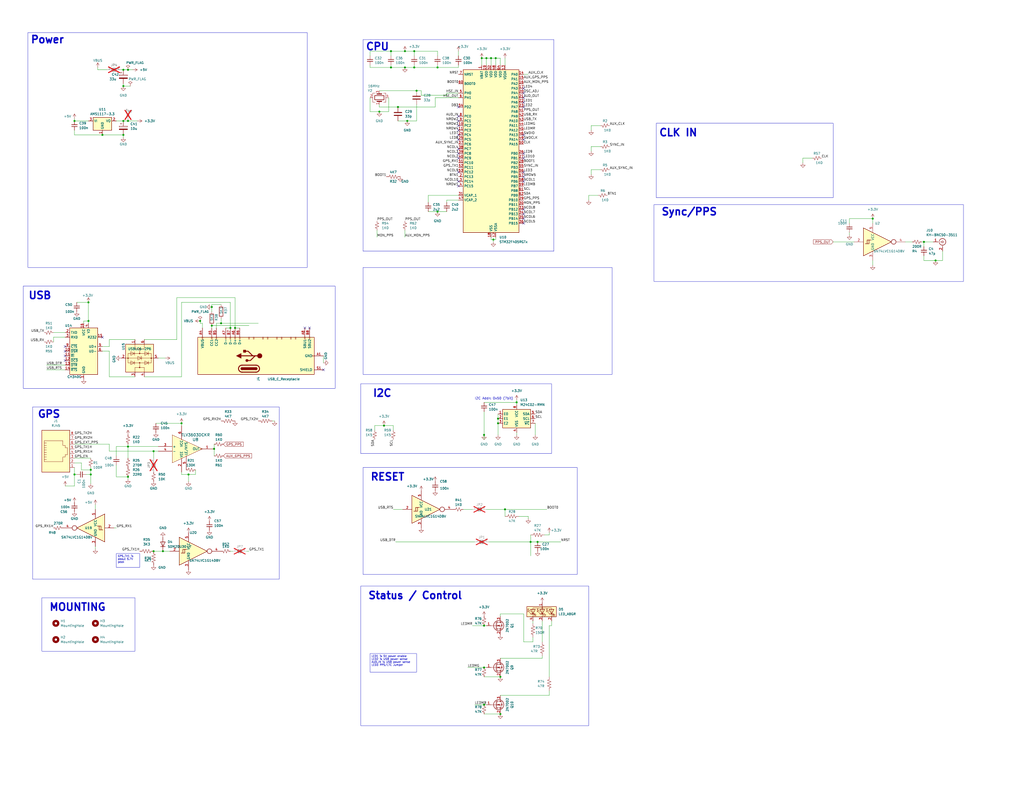
<source format=kicad_sch>
(kicad_sch (version 20231120) (generator "eeschema") (generator_version "8.0")
  (paper "C")
  (title_block (title "GPS") (date "2024-03-10") (rev "V12") (company "Cullen Jennings"))
  (junction (at 271.78 228.6))
  (junction (at 49.53 256.54))
  (junction (at 220.98 27.94))
  (junction (at 40.64 66.04))
  (junction (at 69.85 66.04))
  (junction (at 271.78 231.14))
  (junction (at 67.31 73.66))
  (junction (at 265.43 31.75))
  (junction (at 227.33 49.53))
  (junction (at 293.37 295.91))
  (junction (at 264.16 364.49))
  (junction (at 120.65 176.53))
  (junction (at 69.85 38.1))
  (junction (at 217.17 58.42))
  (junction (at 49.53 259.08))
  (junction (at 222.25 66.04))
  (junction (at 115.57 177.8))
  (junction (at 209.55 232.41))
  (junction (at 67.31 38.1))
  (junction (at 213.36 36.83))
  (junction (at 264.16 341.63))
  (junction (at 207.01 60.96))
  (junction (at 220.98 36.83))
  (junction (at 264.16 384.81))
  (junction (at 264.16 237.49))
  (junction (at 273.05 369.57))
  (junction (at 213.36 27.94))
  (junction (at 125.73 179.07))
  (junction (at 128.27 179.07))
  (junction (at 40.64 259.08))
  (junction (at 69.85 243.84))
  (junction (at 99.06 231.14))
  (junction (at 273.05 389.89))
  (junction (at 275.59 278.13))
  (junction (at 226.06 27.94))
  (junction (at 109.22 175.26))
  (junction (at 226.06 36.83))
  (junction (at 476.25 119.38))
  (junction (at 67.31 46.99))
  (junction (at 116.84 245.11))
  (junction (at 238.76 36.83))
  (junction (at 67.31 66.04))
  (junction (at 88.9 300.99))
  (junction (at 48.26 165.1))
  (junction (at 48.26 175.26))
  (junction (at 267.97 31.75))
  (junction (at 289.56 295.91))
  (junction (at 270.51 31.75))
  (junction (at 262.89 31.75))
  (junction (at 102.87 259.08))
  (junction (at 69.85 260.35))
  (junction (at 83.82 300.99))
  (junction (at 115.57 167.64))
  (junction (at 83.82 246.38))
  (junction (at 238.76 115.57))
  (junction (at 281.94 219.71))
  (junction (at 269.24 130.81))
  (junction (at 510.54 142.24))
  (junction (at 55.88 73.66))
  (junction (at 504.19 132.08))
  (no_connect (at 176.53 201.93))
  (no_connect (at 285.75 121.92))
  (no_connect (at 285.75 93.98))
  (no_connect (at 285.75 73.66))
  (no_connect (at 285.75 53.34))
  (no_connect (at 285.75 116.84))
  (no_connect (at 250.19 63.5))
  (no_connect (at 285.75 50.8))
  (no_connect (at 285.75 83.82))
  (no_connect (at 285.75 99.06))
  (no_connect (at 168.91 179.07))
  (no_connect (at 35.56 191.77))
  (no_connect (at 250.19 73.66))
  (no_connect (at 285.75 96.52))
  (no_connect (at 285.75 114.3))
  (no_connect (at 285.75 55.88))
  (no_connect (at 285.75 76.2))
  (no_connect (at 250.19 83.82))
  (no_connect (at 250.19 66.04))
  (no_connect (at 250.19 76.2))
  (no_connect (at 285.75 119.38))
  (no_connect (at 55.88 184.15))
  (no_connect (at 250.19 58.42))
  (no_connect (at 250.19 101.6))
  (no_connect (at 250.19 93.98))
  (no_connect (at 35.56 189.23))
  (no_connect (at 250.19 71.12))
  (no_connect (at 166.37 179.07))
  (no_connect (at 285.75 86.36))
  (no_connect (at 285.75 48.26))
  (no_connect (at 35.56 194.31))
  (no_connect (at 35.56 196.85))
  (no_connect (at 285.75 58.42))
  (no_connect (at 250.19 86.36))
  (no_connect (at 250.19 81.28))
  (no_connect (at 250.19 68.58))
  (no_connect (at 250.19 99.06))
  (wire (pts (xy 322.58 68.58) (xy 322.58 71.12)))
  (wire (pts (xy 201.93 27.94) (xy 213.36 27.94)))
  (wire (pts (xy 250.19 27.94) (xy 250.19 30.48)))
  (wire (pts (xy 116.84 242.57) (xy 116.84 245.11)))
  (wire (pts (xy 281.94 219.71) (xy 281.94 220.98)))
  (wire (pts (xy 275.59 31.75) (xy 275.59 35.56)))
  (wire (pts (xy 238.76 27.94) (xy 226.06 27.94)))
  (wire (pts (xy 237.49 53.34) (xy 250.19 53.34)))
  (wire (pts (xy 134.62 300.99) (xy 135.89 300.99)))
  (wire (pts (xy 63.5 66.04) (xy 67.31 66.04)))
  (wire (pts (xy 67.31 73.66) (xy 67.31 74.93)))
  (wire (pts (xy 106.68 259.08) (xy 106.68 256.54)))
  (wire (pts (xy 290.83 347.98) (xy 290.83 350.52)))
  (wire (pts (xy 99.06 259.08) (xy 102.87 259.08)))
  (wire (pts (xy 53.34 36.83) (xy 53.34 38.1)))
  (wire (pts (xy 292.1 231.14) (xy 292.1 237.49)))
  (wire (pts (xy 201.93 60.96) (xy 207.01 60.96)))
  (wire (pts (xy 213.36 27.94) (xy 220.98 27.94)))
  (wire (pts (xy 35.56 265.43) (xy 40.64 265.43)))
  (wire (pts (xy 59.69 242.57) (xy 40.64 242.57)))
  (wire (pts (xy 59.69 246.38) (xy 83.82 246.38)))
  (wire (pts (xy 266.7 295.91) (xy 289.56 295.91)))
  (wire (pts (xy 40.64 259.08) (xy 40.64 255.27)))
  (wire (pts (xy 295.91 359.41) (xy 273.05 359.41)))
  (wire (pts (xy 52.07 298.45) (xy 52.07 299.72)))
  (wire (pts (xy 300.99 339.09) (xy 300.99 341.63)))
  (wire (pts (xy 67.31 66.04) (xy 69.85 66.04)))
  (wire (pts (xy 62.23 288.29) (xy 63.5 288.29)))
  (wire (pts (xy 238.76 30.48) (xy 238.76 27.94)))
  (wire (pts (xy 454.66 132.08) (xy 466.09 132.08)))
  (wire (pts (xy 69.85 66.04) (xy 74.93 66.04)))
  (wire (pts (xy 476.25 119.38) (xy 476.25 121.92)))
  (wire (pts (xy 264.16 364.49) (xy 265.43 364.49)))
  (wire (pts (xy 35.56 201.93) (xy 25.4 201.93)))
  (wire (pts (xy 176.53 198.12) (xy 176.53 194.31)))
  (wire (pts (xy 289.56 295.91) (xy 293.37 295.91)))
  (wire (pts (xy 504.19 139.7) (xy 504.19 142.24)))
  (wire (pts (xy 49.53 256.54) (xy 49.53 259.08)))
  (wire (pts (xy 59.69 189.23) (xy 55.88 189.23)))
  (wire (pts (xy 49.53 255.27) (xy 49.53 256.54)))
  (wire (pts (xy 264.16 219.71) (xy 281.94 219.71)))
  (wire (pts (xy 514.35 142.24) (xy 510.54 142.24)))
  (wire (pts (xy 207.01 49.53) (xy 227.33 49.53)))
  (wire (pts (xy 243.84 52.07) (xy 243.84 50.8)))
  (wire (pts (xy 237.49 53.34) (xy 237.49 58.42)))
  (wire (pts (xy 273.05 335.28) (xy 273.05 336.55)))
  (wire (pts (xy 201.93 36.83) (xy 213.36 36.83)))
  (wire (pts (xy 220.98 125.73) (xy 220.98 129.54)))
  (wire (pts (xy 250.19 109.22) (xy 243.84 109.22)))
  (wire (pts (xy 237.49 58.42) (xy 217.17 58.42)))
  (wire (pts (xy 48.26 175.26) (xy 45.72 175.26)))
  (wire (pts (xy 233.68 106.68) (xy 250.19 106.68)))
  (wire (pts (xy 69.85 260.35) (xy 69.85 261.62)))
  (wire (pts (xy 269.24 132.08) (xy 269.24 130.81)))
  (wire (pts (xy 227.33 57.15) (xy 227.33 66.04)))
  (wire (pts (xy 270.51 31.75) (xy 273.05 31.75)))
  (wire (pts (xy 322.58 92.71) (xy 322.58 95.25)))
  (wire (pts (xy 252.73 278.13) (xy 257.81 278.13)))
  (wire (pts (xy 201.93 53.34) (xy 201.93 60.96)))
  (wire (pts (xy 29.21 181.61) (xy 35.56 181.61)))
  (wire (pts (xy 29.21 184.15) (xy 29.21 186.69)))
  (wire (pts (xy 270.51 129.54) (xy 270.51 130.81)))
  (wire (pts (xy 109.22 175.26) (xy 109.22 176.53)))
  (wire (pts (xy 115.57 170.18) (xy 115.57 167.64)))
  (wire (pts (xy 321.31 106.68) (xy 326.39 106.68)))
  (wire (pts (xy 59.69 185.42) (xy 59.69 189.23)))
  (wire (pts (xy 35.56 199.39) (xy 25.4 199.39)))
  (wire (pts (xy 494.03 132.08) (xy 497.84 132.08)))
  (wire (pts (xy 265.43 278.13) (xy 275.59 278.13)))
  (wire (pts (xy 463.55 119.38) (xy 476.25 119.38)))
  (wire (pts (xy 63.5 248.92) (xy 63.5 243.84)))
  (wire (pts (xy 102.87 259.08) (xy 102.87 262.89)))
  (wire (pts (xy 115.57 166.37) (xy 115.57 167.64)))
  (wire (pts (xy 69.85 38.1) (xy 72.39 38.1)))
  (wire (pts (xy 438.15 86.36) (xy 443.23 86.36)))
  (wire (pts (xy 99.06 205.74) (xy 99.06 165.1)))
  (wire (pts (xy 243.84 109.22) (xy 243.84 110.49)))
  (wire (pts (xy 46.99 259.08) (xy 49.53 259.08)))
  (wire (pts (xy 271.78 231.14) (xy 271.78 237.49)))
  (wire (pts (xy 96.52 185.42) (xy 96.52 162.56)))
  (wire (pts (xy 255.27 364.49) (xy 264.16 364.49)))
  (wire (pts (xy 44.45 252.73) (xy 44.45 256.54)))
  (wire (pts (xy 227.33 49.53) (xy 229.87 49.53)))
  (wire (pts (xy 207.01 58.42) (xy 217.17 58.42)))
  (wire (pts (xy 63.5 254) (xy 63.5 260.35)))
  (wire (pts (xy 204.47 232.41) (xy 209.55 232.41)))
  (wire (pts (xy 297.18 292.1) (xy 299.72 292.1)))
  (wire (pts (xy 135.89 177.8) (xy 115.57 177.8)))
  (wire (pts (xy 63.5 260.35) (xy 69.85 260.35)))
  (wire (pts (xy 322.58 80.01) (xy 322.58 82.55)))
  (wire (pts (xy 322.58 80.01) (xy 327.66 80.01)))
  (wire (pts (xy 463.55 127) (xy 463.55 128.27)))
  (wire (pts (xy 262.89 31.75) (xy 265.43 31.75)))
  (wire (pts (xy 83.82 300.99) (xy 88.9 300.99)))
  (wire (pts (xy 96.52 162.56) (xy 128.27 162.56)))
  (wire (pts (xy 275.59 278.13) (xy 298.45 278.13)))
  (wire (pts (xy 86.36 246.38) (xy 83.82 246.38)))
  (wire (pts (xy 463.55 121.92) (xy 463.55 119.38)))
  (wire (pts (xy 213.36 35.56) (xy 213.36 36.83)))
  (wire (pts (xy 285.75 350.52) (xy 285.75 335.28)))
  (wire (pts (xy 270.51 130.81) (xy 269.24 130.81)))
  (wire (pts (xy 110.49 176.53) (xy 110.49 179.07)))
  (wire (pts (xy 269.24 130.81) (xy 267.97 130.81)))
  (wire (pts (xy 67.31 45.72) (xy 67.31 46.99)))
  (wire (pts (xy 59.69 242.57) (xy 59.69 246.38)))
  (wire (pts (xy 215.9 295.91) (xy 259.08 295.91)))
  (wire (pts (xy 264.16 237.49) (xy 264.16 224.79)))
  (wire (pts (xy 264.16 341.63) (xy 265.43 341.63)))
  (wire (pts (xy 49.53 259.08) (xy 49.53 264.16)))
  (wire (pts (xy 213.36 36.83) (xy 220.98 36.83)))
  (wire (pts (xy 207.01 60.96) (xy 212.09 60.96)))
  (wire (pts (xy 48.26 165.1) (xy 48.26 175.26)))
  (wire (pts (xy 118.11 176.53) (xy 118.11 179.07)))
  (wire (pts (xy 321.31 106.68) (xy 321.31 109.22)))
  (wire (pts (xy 78.74 185.42) (xy 96.52 185.42)))
  (wire (pts (xy 128.27 162.56) (xy 128.27 179.07)))
  (wire (pts (xy 281.94 218.44) (xy 281.94 219.71)))
  (wire (pts (xy 86.36 195.58) (xy 90.17 195.58)))
  (wire (pts (xy 204.47 234.95) (xy 204.47 232.41)))
  (wire (pts (xy 116.84 245.11) (xy 116.84 248.92)))
  (wire (pts (xy 289.56 303.53) (xy 289.56 295.91)))
  (wire (pts (xy 299.72 292.1) (xy 299.72 290.83)))
  (wire (pts (xy 226.06 27.94) (xy 226.06 30.48)))
  (wire (pts (xy 238.76 35.56) (xy 238.76 36.83)))
  (wire (pts (xy 438.15 86.36) (xy 438.15 88.9)))
  (wire (pts (xy 67.31 38.1) (xy 69.85 38.1)))
  (wire (pts (xy 85.09 231.14) (xy 99.06 231.14)))
  (wire (pts (xy 78.74 205.74) (xy 99.06 205.74)))
  (wire (pts (xy 299.72 377.19) (xy 299.72 379.73)))
  (wire (pts (xy 115.57 177.8) (xy 115.57 179.07)))
  (wire (pts (xy 99.06 165.1) (xy 125.73 165.1)))
  (wire (pts (xy 125.73 165.1) (xy 125.73 179.07)))
  (wire (pts (xy 40.64 64.77) (xy 40.64 66.04)))
  (wire (pts (xy 40.64 252.73) (xy 44.45 252.73)))
  (wire (pts (xy 267.97 130.81) (xy 267.97 129.54)))
  (wire (pts (xy 250.19 35.56) (xy 250.19 36.83)))
  (wire (pts (xy 264.16 384.81) (xy 265.43 384.81)))
  (wire (pts (xy 53.34 38.1) (xy 58.42 38.1)))
  (wire (pts (xy 288.29 281.94) (xy 288.29 283.21)))
  (wire (pts (xy 213.36 27.94) (xy 213.36 30.48)))
  (wire (pts (xy 120.65 166.37) (xy 115.57 166.37)))
  (wire (pts (xy 83.82 246.38) (xy 83.82 250.19)))
  (wire (pts (xy 214.63 232.41) (xy 209.55 232.41)))
  (wire (pts (xy 283.21 281.94) (xy 288.29 281.94)))
  (wire (pts (xy 273.05 335.28) (xy 285.75 335.28)))
  (wire (pts (xy 55.88 191.77) (xy 59.69 191.77)))
  (wire (pts (xy 109.22 176.53) (xy 110.49 176.53)))
  (wire (pts (xy 271.78 228.6) (xy 271.78 231.14)))
  (wire (pts (xy 88.9 300.99) (xy 92.71 300.99)))
  (wire (pts (xy 40.64 71.12) (xy 40.64 73.66)))
  (wire (pts (xy 52.07 275.59) (xy 52.07 278.13)))
  (wire (pts (xy 285.75 40.64) (xy 288.29 40.64)))
  (wire (pts (xy 102.87 259.08) (xy 106.68 259.08)))
  (wire (pts (xy 69.85 243.84) (xy 69.85 250.19)))
  (wire (pts (xy 476.25 142.24) (xy 476.25 144.78)))
  (wire (pts (xy 265.43 31.75) (xy 265.43 35.56)))
  (wire (pts (xy 243.84 50.8) (xy 250.19 50.8)))
  (wire (pts (xy 48.26 165.1) (xy 41.91 165.1)))
  (wire (pts (xy 66.04 38.1) (xy 67.31 38.1)))
  (wire (pts (xy 295.91 358.14) (xy 295.91 359.41)))
  (wire (pts (xy 40.64 250.19) (xy 49.53 250.19)))
  (wire (pts (xy 120.65 176.53) (xy 118.11 176.53)))
  (wire (pts (xy 264.16 240.03) (xy 264.16 237.49)))
  (wire (pts (xy 504.19 132.08) (xy 504.19 134.62)))
  (wire (pts (xy 281.94 236.22) (xy 281.94 237.49)))
  (wire (pts (xy 73.66 185.42) (xy 59.69 185.42)))
  (wire (pts (xy 55.88 73.66) (xy 67.31 73.66)))
  (wire (pts (xy 45.72 175.26) (xy 45.72 176.53)))
  (wire (pts (xy 40.64 265.43) (xy 40.64 259.08)))
  (wire (pts (xy 233.68 115.57) (xy 238.76 115.57)))
  (wire (pts (xy 125.73 179.07) (xy 123.19 179.07)))
  (wire (pts (xy 217.17 66.04) (xy 222.25 66.04)))
  (wire (pts (xy 49.53 256.54) (xy 44.45 256.54)))
  (wire (pts (xy 207.01 57.15) (xy 207.01 58.42)))
  (wire (pts (xy 35.56 184.15) (xy 29.21 184.15)))
  (wire (pts (xy 99.06 231.14) (xy 99.06 232.41)))
  (wire (pts (xy 59.69 191.77) (xy 59.69 205.74)))
  (wire (pts (xy 270.51 31.75) (xy 270.51 35.56)))
  (wire (pts (xy 40.64 66.04) (xy 48.26 66.04)))
  (wire (pts (xy 229.87 49.53) (xy 229.87 52.07)))
  (wire (pts (xy 299.72 379.73) (xy 273.05 379.73)))
  (wire (pts (xy 67.31 46.99) (xy 71.12 46.99)))
  (wire (pts (xy 300.99 341.63) (xy 299.72 341.63)))
  (wire (pts (xy 264.16 389.89) (xy 273.05 389.89)))
  (wire (pts (xy 125.73 300.99) (xy 127 300.99)))
  (wire (pts (xy 205.74 125.73) (xy 205.74 129.54)))
  (wire (pts (xy 238.76 115.57) (xy 243.84 115.57)))
  (wire (pts (xy 289.56 292.1) (xy 289.56 295.91)))
  (wire (pts (xy 220.98 36.83) (xy 226.06 36.83)))
  (wire (pts (xy 214.63 278.13) (xy 219.71 278.13)))
  (wire (pts (xy 148.59 229.87) (xy 149.86 229.87)))
  (wire (pts (xy 510.54 142.24) (xy 504.19 142.24)))
  (wire (pts (xy 259.08 384.81) (xy 264.16 384.81)))
  (wire (pts (xy 69.85 243.84) (xy 86.36 243.84)))
  (wire (pts (xy 120.65 173.99) (xy 120.65 176.53)))
  (wire (pts (xy 226.06 27.94) (xy 220.98 27.94)))
  (wire (pts (xy 130.81 179.07) (xy 128.27 179.07)))
  (wire (pts (xy 275.59 278.13) (xy 275.59 281.94)))
  (wire (pts (xy 262.89 31.75) (xy 262.89 35.56)))
  (wire (pts (xy 63.5 243.84) (xy 69.85 243.84)))
  (wire (pts (xy 264.16 369.57) (xy 273.05 369.57)))
  (wire (pts (xy 265.43 31.75) (xy 267.97 31.75)))
  (wire (pts (xy 322.58 92.71) (xy 327.66 92.71)))
  (wire (pts (xy 69.85 242.57) (xy 69.85 243.84)))
  (wire (pts (xy 295.91 339.09) (xy 295.91 350.52)))
  (wire (pts (xy 299.72 341.63) (xy 299.72 369.57)))
  (wire (pts (xy 214.63 234.95) (xy 214.63 232.41)))
  (wire (pts (xy 212.09 53.34) (xy 212.09 60.96)))
  (wire (pts (xy 293.37 295.91) (xy 306.07 295.91)))
  (wire (pts (xy 504.19 132.08) (xy 509.27 132.08)))
  (wire (pts (xy 120.65 176.53) (xy 140.97 176.53)))
  (wire (pts (xy 290.83 350.52) (xy 285.75 350.52)))
  (wire (pts (xy 201.93 30.48) (xy 201.93 27.94)))
  (wire (pts (xy 48.26 175.26) (xy 48.26 176.53)))
  (wire (pts (xy 290.83 339.09) (xy 290.83 340.36)))
  (wire (pts (xy 271.78 226.06) (xy 271.78 228.6)))
  (wire (pts (xy 40.64 259.08) (xy 41.91 259.08)))
  (wire (pts (xy 322.58 68.58) (xy 327.66 68.58)))
  (wire (pts (xy 59.69 205.74) (xy 73.66 205.74)))
  (wire (pts (xy 502.92 132.08) (xy 504.19 132.08)))
  (wire (pts (xy 229.87 52.07) (xy 243.84 52.07)))
  (wire (pts (xy 257.81 341.63) (xy 264.16 341.63)))
  (wire (pts (xy 201.93 35.56) (xy 201.93 36.83)))
  (wire (pts (xy 267.97 31.75) (xy 267.97 35.56)))
  (wire (pts (xy 99.06 257.81) (xy 99.06 259.08)))
  (wire (pts (xy 233.68 110.49) (xy 233.68 106.68)))
  (wire (pts (xy 40.64 73.66) (xy 55.88 73.66)))
  (wire (pts (xy 267.97 31.75) (xy 270.51 31.75)))
  (wire (pts (xy 226.06 35.56) (xy 226.06 36.83)))
  (wire (pts (xy 273.05 35.56) (xy 273.05 31.75)))
  (wire (pts (xy 226.06 36.83) (xy 238.76 36.83)))
  (wire (pts (xy 227.33 66.04) (xy 222.25 66.04)))
  (wire (pts (xy 238.76 36.83) (xy 250.19 36.83)))
  (wire (pts (xy 514.35 137.16) (xy 514.35 142.24)))
  (rectangle (start 198.12 21.59) (end 302.26 137.16))
  (rectangle (start 356.87 111.76) (end 525.78 153.67))
  (rectangle (start 17.78 222.25) (end 152.4 316.23))
  (rectangle (start 358.14 67.31) (end 454.66 107.95))
  (rectangle (start 12.7 156.21) (end 182.88 212.09))
  (rectangle (start 198.12 146.05) (end 334.01 204.47))
  (rectangle (start 196.85 320.04) (end 321.31 396.24))
  (rectangle (start 15.24 17.78) (end 167.64 146.05))
  (rectangle (start 198.12 255.27) (end 314.96 313.69))
  (rectangle (start 196.85 209.55) (end 300.99 247.65))
  (rectangle (start 22.86 326.39) (end 73.66 355.6))
  (text_box "LED1 is 5V power enable\nLED2 is USB power sense\nAUD_IN is USB power sense \nLED3 PPS/LTC Jumper " (at 201.93 356.87 0) (size 25.4 10.16) (effects (font (size 1 1)) (justify left top)))
  (text_box "GPS_TX1 is about 5.7V peak" (at 63.5 302.26 0) (size 12.7 7.62) (effects (font (size 1 1)) (justify left top)))
  (text "RESET" (at 201.93 262.89 0) (effects (font (size 4 4) (thickness 0.8) (bold yes)) (justify left bottom)))
  (text "USB" (at 15.24 163.83 0) (effects (font (size 4 4) (thickness 0.8) (bold yes)) (justify left bottom)))
  (text "GPS" (at 20.32 228.6 0) (effects (font (size 4 4) (thickness 0.8) (bold yes)) (justify left bottom)))
  (text "CPU\n" (at 199.39 27.94 0) (effects (font (size 4 4) (thickness 0.8) (bold yes)) (justify left bottom)))
  (text "I2C" (at 203.2 217.17 0) (effects (font (size 4 4) (thickness 0.8) (bold yes)) (justify left bottom)))
  (text "Status / Control\n" (at 200.66 327.66 0) (effects (font (size 4 4) (thickness 0.8) (bold yes)) (justify left bottom)))
  (text "Sync/PPS" (at 360.68 118.11 0) (effects (font (size 4 4) (thickness 0.8) (bold yes)) (justify left bottom)))
  (text "CLK IN" (at 359.41 74.93 0) (effects (font (size 4 4) (thickness 0.8) (bold yes)) (justify left bottom)))
  (text "MOUNTING\n" (at 26.67 334.01 0) (effects (font (size 4 4) (thickness 0.8) (bold yes)) (justify left bottom)))
  (text "I2C Addr: 0x50 (7bit)" (at 259.08 218.44 0) (effects (font (size 1.27 1.27)) (justify left bottom)))
  (text "Power" (at 16.51 24.13 0) (effects (font (size 4 4) (thickness 0.8) (bold yes)) (justify left bottom)))
  (label "GPS_RX1" (at 63.5 288.29 0))
  (label "SYNC_IN" (at 285.75 91.44 0))
  (label "NCOL7" (at 285.75 116.84 0))
  (label "SDA" (at 204.47 240.03 270))
  (label "LEDMB" (at 259.08 384.81 0))
  (label "SDA" (at 285.75 106.68 0))
  (label "GPS_PPS" (at 285.75 109.22 0))
  (label "LED9" (at 285.75 83.82 0))
  (label "DB3" (at 250.19 58.42 180))
  (label "BOOT1" (at 285.75 88.9 0))
  (label "GPS_TX2H" (at 40.64 237.49 0))
  (label "AUX_SYNC_IN" (at 250.19 78.74 180))
  (label "NROW1" (at 250.19 101.6 180))
  (label "GPS_EXT_PPS" (at 40.64 242.57 0))
  (label "AUX_CLK" (at 332.74 68.58 0))
  (label "LEDMB" (at 285.75 101.6 0))
  (label "GPS_RX1H" (at 29.21 288.29 180))
  (label "GPS_RX1" (at 250.19 88.9 180))
  (label "NCOL10" (at 250.19 99.06 180))
  (label "BOOT1" (at 210.82 96.52 180))
  (label "USB_TX" (at 24.13 181.61 180))
  (label "SYNC_IN" (at 332.74 80.01 0))
  (label "NROW2" (at 250.19 66.04 180))
  (label "GPS_RX2H" (at 120.65 229.87 180))
  (label "HSE_IN" (at 250.19 50.8 180))
  (label "AUX_SYNC_IN" (at 332.74 92.71 0))
  (label "USB_RTS" (at 214.63 278.13 180))
  (label "BTN1" (at 331.47 106.68 0))
  (label "LEDMR" (at 285.75 71.12 0))
  (label "AUX_GPS_PPS" (at 285.75 43.18 0))
  (label "CLK" (at 285.75 78.74 0))
  (label "USB_TX" (at 285.75 66.04 0))
  (label "NCOL6" (at 285.75 119.38 0))
  (label "NCOL1" (at 285.75 99.06 0))
  (label "NCOL5" (at 285.75 121.92 0))
  (label "GPS_TX1" (at 135.89 300.99 0))
  (label "USB_DTR" (at 25.4 199.39 0))
  (label "SCL" (at 292.1 228.6 0))
  (label "GPS_TX1H" (at 40.64 245.11 0))
  (label "NRST" (at 250.19 40.64 180))
  (label "SDA" (at 292.1 226.06 0))
  (label "SCL" (at 214.63 240.03 270))
  (label "AUX_MON_PPS" (at 285.75 45.72 0))
  (label "USB_RTS" (at 25.4 201.93 0))
  (label "LEDMG" (at 285.75 68.58 0))
  (label "NCOL9" (at 250.19 93.98 180))
  (label "SWDCLK" (at 285.75 76.2 0))
  (label "PPS_OUT" (at 205.74 120.65 0))
  (label "MON_PPS" (at 285.75 111.76 0))
  (label "NCOL4" (at 250.19 81.28 180))
  (label "NROW4" (at 250.19 71.12 180))
  (label "SWDIO" (at 285.75 73.66 0))
  (label "LEDMG" (at 255.27 364.49 0))
  (label "BOOT0" (at 298.45 278.13 0))
  (label "NCOL2" (at 250.19 86.36 180))
  (label "GPS_TX1" (at 250.19 91.44 180))
  (label "PPS_OUT" (at 220.98 120.65 0))
  (label "PPS_OUT" (at 285.75 60.96 0))
  (label "LED1" (at 285.75 55.88 0))
  (label "LED4" (at 285.75 48.26 0))
  (label "BOOT0" (at 250.19 45.72 180))
  (label "NRST" (at 306.07 295.91 0))
  (label "LED8" (at 250.19 76.2 180))
  (label "GPS_TX1H" (at 76.2 300.99 180))
  (label "BTN1" (at 250.19 96.52 180))
  (label "NCOL8" (at 285.75 114.3 0))
  (label "MON_PPS" (at 205.74 129.54 0))
  (label "AUX_MON_PPS" (at 220.98 129.54 0))
  (label "LED3" (at 285.75 93.98 0))
  (label "AUD_IN" (at 250.19 63.5 180))
  (label "SCL" (at 285.75 104.14 0))
  (label "CLK" (at 448.31 86.36 0))
  (label "LEDMR" (at 257.81 341.63 180))
  (label "GPS_EN" (at 40.64 250.19 0))
  (label "USB_RX" (at 285.75 63.5 0))
  (label "GPS_TX2H" (at 140.97 229.87 180))
  (label "GPS_RX2H" (at 40.64 240.03 0))
  (label "GPS_RX1H" (at 40.64 247.65 0))
  (label "HSE_OUT" (at 250.19 53.34 180))
  (label "USB_DTR" (at 215.9 295.91 180))
  (label "LED10" (at 285.75 86.36 0))
  (label "AUX_CLK" (at 288.29 40.64 0))
  (label "NCOL3" (at 250.19 83.82 180))
  (label "NROW3" (at 250.19 68.58 180))
  (label "OSC_ADJ" (at 285.75 50.8 0))
  (label "LED2" (at 285.75 58.42 0))
  (label "NROW5" (at 285.75 96.52 0))
  (label "AUD_OUT" (at 285.75 53.34 0))
  (label "USB_RX" (at 24.13 186.69 180))
  (label "LED7" (at 250.19 73.66 180))
  (global_label "AUX_GPS_PPS" (shape input) (at 121.92 248.92 0) (property "Intersheetrefs" "${INTERSHEET_REFS}" (effects (hide yes))))
  (global_label "GPS_PPS" (shape input) (at 121.92 242.57 0) (property "Intersheetrefs" "${INTERSHEET_REFS}" (effects (hide yes))))
  (global_label "PPS_OUT" (shape input) (at 454.66 132.08 180) (property "Intersheetrefs" "${INTERSHEET_REFS}" (effects (hide yes))))
  (symbol (lib_id "power:+5V") (at 72.39 38.1 270) (unit 1)
    (property "Reference" "#PWR039" (effects (hide yes)))
    (property "Value" "+5V" (at 76.2 38.1 90) (effects (justify left)))
  )
  (symbol (lib_id "power:GND") (at 293.37 300.99 0) (mirror y) (unit 1)
    (property "Reference" "#PWR012" (effects (hide yes)))
    (property "Value" "GND" (effects (hide yes)))
  )
  (symbol (lib_id "Device:R_US") (at 293.37 292.1 270) (unit 1)
    (property "Reference" "R27" (at 293.37 287.02 90))
    (property "Value" "47K" (at 293.37 289.56 90))
    (property "Footprint" "Resistor_SMD:R_0603_1608Metric" (effects (hide yes)))
    (property "JLCPCB Part #" "C25819" (effects (hide yes)))
  )
  (symbol (lib_id "Jumper:SolderJumper_2_Bridged") (at 62.23 38.1 0) (unit 1) (in_bom no) (dnp yes)
    (property "Reference" "JP4" (at 62.23 35.56 0))
    (property "Value" "SolderJumper_2_Bridged" (effects (hide yes)))
    (property "Footprint" "Jumper:SolderJumper-2_P1.3mm_Bridged2Bar_RoundedPad1.0x1.5mm" (effects (hide yes)))
  )
  (symbol (lib_id "Device:C_Small") (at 463.55 124.46 0) (unit 1)
    (property "Reference" "C11" (at 458.47 120.65 0) (effects (justify left)))
    (property "Value" "100n" (at 457.2 121.92 0) (effects (justify left)))
    (property "Footprint" "Capacitor_SMD:C_0402_1005Metric" (effects (hide yes)))
    (property "JLCPCB Part #" "C307331" (effects (hide yes)))
  )
  (symbol (lib_id "power:GND") (at 102.87 262.89 0) (unit 1)
    (property "Reference" "#PWR081" (effects (hide yes)))
    (property "Value" "GND" (at 102.87 266.7 0))
  )
  (symbol (lib_id "power:+3.3V") (at 275.59 31.75 0) (unit 1)
    (property "Reference" "#PWR018" (effects (hide yes)))
    (property "Value" "+3.3V" (at 275.59 26.67 0))
  )
  (symbol (lib_id "power:+3.3V") (at 102.87 290.83 0) (unit 1)
    (property "Reference" "#PWR0119" (effects (hide yes)))
    (property "Value" "+3.3V" (at 102.87 285.75 0))
  )
  (symbol (lib_id "power:PWR_FLAG") (at 69.85 38.1 0) (unit 1)
    (property "Reference" "#FLG05" (effects (hide yes)))
    (property "Value" "PWR_FLAG" (at 73.66 34.29 0))
  )
  (symbol (lib_id "Device:R_Small_US") (at 330.2 92.71 270) (mirror x) (unit 1)
    (property "Reference" "R5" (at 330.2 90.17 90))
    (property "Value" "1K0" (at 331.47 95.25 90))
    (property "Footprint" "Resistor_SMD:R_0603_1608Metric" (effects (hide yes)))
    (property "JLCPCB Part #" "C21190" (effects (hide yes)))
  )
  (symbol (lib_id "74xGxx:SN74LVC1G14DBV") (at 52.07 288.29 0) (mirror y) (unit 1)
    (property "Reference" "U19" (at 48.26 288.29 0))
    (property "Value" "SN74LVC1G14DBV" (at 41.91 293.37 0))
    (property "Footprint" "Package_TO_SOT_SMD:SOT-23-5" (effects (hide yes)))
    (property "Datasheet" "http://www.ti.com/lit/ds/symlink/sn74lvc1g14.pdf" (effects (hide yes)))
    (property "JLCPCB Rotation Offset" "0" (effects (hide yes)))
    (property "JLCPCB Part #" "C133145" (effects (hide yes)))
  )
  (symbol (lib_id "power:GND") (at 292.1 237.49 0) (unit 1)
    (property "Reference" "#PWR0114" (effects (hide yes)))
    (property "Value" "GND" (at 292.1 242.57 0))
  )
  (symbol (lib_id "power:GND") (at 269.24 132.08 0) (unit 1)
    (property "Reference" "#PWR01" (effects (hide yes)))
    (property "Value" "GND" (effects (hide yes)))
  )
  (symbol (lib_id "power:+3.3V") (at 237.49 262.89 0) (unit 1)
    (property "Reference" "#PWR0141" (effects (hide yes)))
    (property "Value" "+3.3V" (at 233.68 261.62 0))
  )
  (symbol (lib_id "power:GND") (at 83.82 262.89 0) (unit 1)
    (property "Reference" "#PWR0123" (effects (hide yes)))
    (property "Value" "GND" (at 83.82 266.7 0))
  )
  (symbol (lib_id "Transistor_FET:2N7002") (at 270.51 341.63 0) (unit 1)
    (property "Reference" "Q1" (at 279.4 341.63 90))
    (property "Value" "2N7002" (at 276.86 341.63 90))
    (property "Footprint" "Package_TO_SOT_SMD:SOT-23" (effects (hide yes)))
    (property "Datasheet" "https://www.onsemi.com/pub/Collateral/NDS7002A-D.PDF" (effects (hide yes)))
    (property "JLCPCB Rotation Offset" "180" (effects (hide yes)))
    (property "JLCPCB Part #" "C8545" (effects (hide yes)))
  )
  (symbol (lib_id "power:PWR_FLAG") (at 71.12 46.99 0) (unit 1)
    (property "Reference" "#FLG01" (effects (hide yes)))
    (property "Value" "PWR_FLAG" (at 74.93 43.18 0))
  )
  (symbol (lib_id "BlinkyShared:TLV3603DCKR") (at 99.06 245.11 0) (unit 1)
    (property "Reference" "U8" (at 106.68 240.03 0) (effects (font (size 1.524 1.524))))
    (property "Value" "TLV3603DCKR" (at 106.68 237.49 0) (effects (font (size 1.524 1.524))))
    (property "Footprint" "SC70_DCK_TEX" (effects (hide yes)))
    (property "Datasheet" "TLV3603DCKR" (effects (hide yes)))
    (property "JLCPCB Part #" "C5213955" (effects (hide yes)))
  )
  (symbol (lib_id "power:GND") (at 207.01 60.96 0) (unit 1)
    (property "Reference" "#PWR04" (effects (hide yes)))
    (property "Value" "GND" (at 207.01 66.04 0))
  )
  (symbol (lib_id "Connector:TestPoint") (at 69.85 66.04 0) (unit 1) (in_bom no) (dnp yes)
    (property "Reference" "TP7" (at 68.58 60.96 0) (effects (justify left)))
    (property "Value" "~" (at 68.58 59.69 0) (effects (justify left)))
    (property "Footprint" "TestPoint:TestPoint_THTPad_D1.5mm_Drill0.7mm" (effects (hide yes)))
  )
  (symbol (lib_id "power:GND") (at 52.07 299.72 0) (unit 1)
    (property "Reference" "#PWR0125" (effects (hide yes)))
    (property "Value" "GND" (effects (hide yes)))
  )
  (symbol (lib_id "power:GND") (at 88.9 293.37 180) (unit 1)
    (property "Reference" "#PWR0126" (effects (hide yes)))
    (property "Value" "GND" (at 88.9 288.29 0))
  )
  (symbol (lib_id "Device:C_Small") (at 233.68 113.03 180) (unit 1)
    (property "Reference" "C35" (at 236.22 111.7536 0) (effects (justify right)))
    (property "Value" "2u2" (at 236.22 114.2936 0) (effects (justify right)))
    (property "Footprint" "Capacitor_SMD:C_0603_1608Metric" (effects (hide yes)))
    (property "JLCPCB Part #" "C23630" (effects (hide yes)))
  )
  (symbol (lib_id "power:GND") (at 115.57 167.64 270) (unit 1)
    (property "Reference" "#PWR074" (effects (hide yes)))
    (property "Value" "GND" (at 113.03 167.64 90) (effects (justify right)))
  )
  (symbol (lib_id "power:GND") (at 67.31 46.99 0) (unit 1)
    (property "Reference" "#PWR044" (effects (hide yes)))
    (property "Value" "GND" (at 67.31 52.07 0))
  )
  (symbol (lib_id "power:GND") (at 288.29 283.21 0) (unit 1)
    (property "Reference" "#PWR013" (effects (hide yes)))
    (property "Value" "GND" (effects (hide yes)))
  )
  (symbol (lib_id "power:+3.3V") (at 209.55 232.41 0) (unit 1)
    (property "Reference" "#PWR0107" (effects (hide yes)))
    (property "Value" "+3.3V" (at 209.55 227.33 0))
  )
  (symbol (lib_id "Device:R_Small_US") (at 119.38 242.57 270) (unit 1)
    (property "Reference" "R60" (at 119.38 237.49 90))
    (property "Value" "1K0" (at 119.38 240.03 90))
    (property "Footprint" "Resistor_SMD:R_0603_1608Metric" (effects (hide yes)))
    (property "JLCPCB Part #" "C21190" (effects (hide yes)))
  )
  (symbol (lib_id "Jumper:SolderJumper_2_Bridged") (at 83.82 254 90) (unit 1) (in_bom no) (dnp yes)
    (property "Reference" "JP3" (at 81.28 254 0))
    (property "Value" "SolderJumper_2_Bridged" (effects (hide yes)))
    (property "Footprint" "Jumper:SolderJumper-2_P1.3mm_Bridged2Bar_RoundedPad1.0x1.5mm" (effects (hide yes)))
  )
  (symbol (lib_id "Mechanical:MountingHole") (at 30.48 340.36 0) (unit 1) (exclude_from_sim yes) (in_bom no)
    (property "Reference" "H1" (at 33.02 339.09 0) (effects (justify left)))
    (property "Value" "MountingHole" (at 33.02 341.63 0) (effects (justify left)))
    (property "Footprint" "MountingHole:MountingHole_2.2mm_M2" (effects (hide yes)))
  )
  (symbol (lib_id "power:GND") (at 40.64 279.4 0) (mirror y) (unit 1)
    (property "Reference" "#PWR0131" (effects (hide yes)))
    (property "Value" "GND" (at 40.64 283.21 0))
  )
  (symbol (lib_id "power:GND") (at 49.53 264.16 0) (unit 1)
    (property "Reference" "#PWR055" (effects (hide yes)))
    (property "Value" "GND" (at 49.53 269.24 0))
  )
  (symbol (lib_id "Device:C_Small") (at 243.84 113.03 180) (unit 1)
    (property "Reference" "C40" (at 246.38 111.7536 0) (effects (justify right)))
    (property "Value" "2u2" (at 246.38 114.2936 0) (effects (justify right)))
    (property "Footprint" "Capacitor_SMD:C_0603_1608Metric" (effects (hide yes)))
    (property "JLCPCB Part #" "C23630" (effects (hide yes)))
  )
  (symbol (lib_id "Device:R_Small_US") (at 119.38 248.92 90) (unit 1)
    (property "Reference" "R61" (at 119.38 254 90))
    (property "Value" "1K0" (at 119.38 251.46 90))
    (property "Footprint" "Resistor_SMD:R_0603_1608Metric" (effects (hide yes)))
    (property "JLCPCB Part #" "C21190" (effects (hide yes)))
  )
  (symbol (lib_id "power:GND") (at 321.31 109.22 0) (unit 1)
    (property "Reference" "#PWR022" (effects (hide yes)))
    (property "Value" "GND" (effects (hide yes)))
  )
  (symbol (lib_id "Mechanical:MountingHole") (at 52.07 349.25 0) (unit 1) (exclude_from_sim yes) (in_bom no)
    (property "Reference" "H4" (at 54.61 347.98 0) (effects (justify left)))
    (property "Value" "MountingHole" (at 54.61 350.52 0) (effects (justify left)))
    (property "Footprint" "MountingHole:MountingHole_2.2mm_M2" (effects (hide yes)))
  )
  (symbol (lib_id "Device:C_Small") (at 114.3 287.02 0) (unit 1)
    (property "Reference" "C57" (at 116.84 284.48 0) (effects (justify left)))
    (property "Value" "100n" (at 116.84 287.02 0) (effects (justify left)))
    (property "Footprint" "Capacitor_SMD:C_0402_1005Metric" (effects (hide yes)))
    (property "JLCPCB Part #" "C307331" (effects (hide yes)))
  )
  (symbol (lib_id "Device:R") (at 120.65 170.18 0) (unit 1)
    (property "Reference" "R37" (at 123.19 171.45 90) (effects (justify left)))
    (property "Value" "5K1" (at 120.65 171.45 90) (effects (justify left)))
    (property "Footprint" "Resistor_SMD:R_0603_1608Metric" (effects (hide yes)))
    (property "JLCPCB Part #" "C23186" (effects (hide yes)))
  )
  (symbol (lib_id "Device:R_Small_US") (at 500.38 132.08 90) (unit 1)
    (property "Reference" "R4" (at 499.11 137.16 90))
    (property "Value" "200R" (at 500.38 134.62 90))
    (property "Footprint" "Resistor_SMD:R_0603_1608Metric" (effects (hide yes)))
    (property "JLCPCB Part #" "C8218" (effects (hide yes)))
  )
  (symbol (lib_id "Device:R_Small_US") (at 264.16 339.09 0) (unit 1)
    (property "Reference" "R76" (at 259.08 337.82 0) (effects (justify left)))
    (property "Value" "47K" (at 259.08 340.36 0) (effects (justify left)))
    (property "Footprint" "Resistor_SMD:R_0603_1608Metric" (effects (hide yes)))
    (property "JLCPCB Part #" "C25819" (effects (hide yes)))
  )
  (symbol (lib_id "Device:R_Small_US") (at 214.63 237.49 0) (unit 1)
    (property "Reference" "R59" (at 209.55 234.95 0) (effects (justify left)))
    (property "Value" "1K5" (at 209.55 237.49 0) (effects (justify left)))
    (property "Footprint" "Resistor_SMD:R_0603_1608Metric" (effects (hide yes)))
    (property "JLCPCB Part #" "C22843" (effects (hide yes)))
  )
  (symbol (lib_id "Device:R_US") (at 144.78 229.87 270) (mirror x) (unit 1)
    (property "Reference" "R34" (at 144.78 224.79 90))
    (property "Value" "4K7" (at 144.78 227.33 90))
    (property "Footprint" "Resistor_SMD:R_0603_1608Metric" (effects (hide yes)))
    (property "JLCPCB Part #" "C23162" (effects (hide yes)))
  )
  (symbol (lib_id "Jumper:SolderJumper_2_Bridged") (at 261.62 278.13 0) (unit 1) (in_bom no) (dnp yes)
    (property "Reference" "JP2" (at 261.62 275.59 0))
    (property "Value" "SolderJumper_2_Bridged" (effects (hide yes)))
    (property "Footprint" "Jumper:SolderJumper-2_P1.3mm_Bridged2Bar_RoundedPad1.0x1.5mm" (effects (hide yes)))
  )
  (symbol (lib_id "Device:R_US") (at 290.83 344.17 180) (unit 1)
    (property "Reference" "R70" (at 292.1 342.9 0) (effects (justify right)))
    (property "Value" "150R" (at 292.1 345.44 0) (effects (justify right)))
    (property "Footprint" "Resistor_SMD:R_0603_1608Metric" (effects (hide yes)))
    (property "JLCPCB Part #" "C22808" (effects (hide yes)))
  )
  (symbol (lib_id "power:GND") (at 238.76 115.57 0) (unit 1)
    (property "Reference" "#PWR065" (effects (hide yes)))
    (property "Value" "GND" (at 238.76 120.65 0))
  )
  (symbol (lib_id "power:GND") (at 83.82 308.61 0) (unit 1)
    (property "Reference" "#PWR0121" (effects (hide yes)))
    (property "Value" "GND" (at 86.36 309.88 0) (effects (justify left)))
  )
  (symbol (lib_id "power:GND") (at 281.94 237.49 0) (unit 1)
    (property "Reference" "#PWR0111" (effects (hide yes)))
    (property "Value" "GND" (at 281.94 242.57 0))
  )
  (symbol (lib_id "power:+3.3V") (at 114.3 284.48 0) (unit 1)
    (property "Reference" "#PWR0134" (effects (hide yes)))
    (property "Value" "+3.3V" (at 114.3 279.4 0))
  )
  (symbol (lib_id "Device:R_Small_US") (at 328.93 106.68 270) (mirror x) (unit 1)
    (property "Reference" "R6" (at 328.93 104.14 90))
    (property "Value" "1K0" (at 330.2 109.22 90))
    (property "Footprint" "Resistor_SMD:R_0603_1608Metric" (effects (hide yes)))
    (property "JLCPCB Part #" "C21190" (effects (hide yes)))
  )
  (symbol (lib_id "Device:R_US") (at 80.01 300.99 270) (unit 1)
    (property "Reference" "R35" (at 80.01 294.64 90))
    (property "Value" "3K3" (at 80.01 297.18 90))
    (property "Footprint" "Resistor_SMD:R_0603_1608Metric" (effects (hide yes)))
    (property "JLCPCB Part #" "C22978" (effects (hide yes)))
  )
  (symbol (lib_id "Device:C_Small") (at 44.45 259.08 90) (unit 1)
    (property "Reference" "C1" (at 43.18 264.16 0) (effects (justify left)))
    (property "Value" "100n" (at 45.72 266.7 0) (effects (justify left)))
    (property "Footprint" "Capacitor_SMD:C_0402_1005Metric" (effects (hide yes)))
    (property "JLCPCB Part #" "C307331" (effects (hide yes)))
  )
  (symbol (lib_id "power:GND") (at 229.87 288.29 0) (unit 1)
    (property "Reference" "#PWR0146" (effects (hide yes)))
    (property "Value" "GND" (effects (hide yes)))
  )
  (symbol (lib_id "Device:R_US") (at 214.63 96.52 270) (unit 1)
    (property "Reference" "R32" (at 214.63 99.06 90))
    (property "Value" "4K7" (at 214.63 93.98 90))
    (property "Footprint" "Resistor_SMD:R_0603_1608Metric" (effects (hide yes)))
    (property "JLCPCB Part #" "C23162" (effects (hide yes)))
  )
  (symbol (lib_id "power:GND") (at 438.15 88.9 0) (unit 1)
    (property "Reference" "#PWR06" (effects (hide yes)))
    (property "Value" "GND" (effects (hide yes)))
  )
  (symbol (lib_id "power:GND") (at 149.86 229.87 0) (unit 1)
    (property "Reference" "#PWR08" (effects (hide yes)))
    (property "Value" "GND" (effects (hide yes)))
  )
  (symbol (lib_id "power:GND") (at 510.54 142.24 0) (unit 1)
    (property "Reference" "#PWR083" (effects (hide yes)))
    (property "Value" "GND" (effects (hide yes)))
  )
  (symbol (lib_id "Device:Crystal_GND24") (at 207.01 53.34 90) (unit 1)
    (property "Reference" "Y2" (at 201.93 49.53 90))
    (property "Value" "16MHz " (at 204.47 46.99 90))
    (property "Footprint" "Crystal:Crystal_SMD_3225-4Pin_3.2x2.5mm" (effects (hide yes)))
    (property "JLCPCB Part #" "C13738" (effects (hide yes)))
  )
  (symbol (lib_id "MCU_ST_STM32F4:STM32F405RGTx") (at 267.97 83.82 0) (unit 1)
    (property "Reference" "U10" (at 272.4659 129.54 0) (effects (justify left)))
    (property "Value" "STM32F405RGTx" (at 272.4659 132.08 0) (effects (justify left)))
    (property "Footprint" "Package_QFP:LQFP-64_10x10mm_P0.5mm" (effects (hide yes)))
    (property "Datasheet" "https://www.st.com/resource/en/datasheet/stm32f405rg.pdf" (effects (hide yes)))
    (property "JLCPCB Rotation Offset" "270" (effects (hide yes)))
    (property "JLCPCB Part #" "C15742" (effects (hide yes)))
  )
  (symbol (lib_id "Device:C") (at 227.33 53.34 0) (unit 1)
    (property "Reference" "C28" (at 231.14 52.07 0) (effects (justify left)))
    (property "Value" "33p" (at 231.14 54.61 0) (effects (justify left)))
    (property "Footprint" "Capacitor_SMD:C_0603_1608Metric" (effects (hide yes)))
    (property "JLCPCB Part #" "C1663" (effects (hide yes)))
  )
  (symbol (lib_id "BlinkyShared:USB_C_Receptacle") (at 135.89 194.31 90) (unit 1)
    (property "Reference" "J4" (at 140.97 205.74 0) (effects (justify right)))
    (property "Value" "USB_C_Receptacle" (at 146.05 207.01 90) (effects (justify right)))
    (property "Footprint" "blinky_footprints:USB_C_Receptacle_HRO_TYPE-C-31-M-12" (effects (hide yes)))
    (property "Datasheet" "https://www.usb.org/sites/default/files/documents/usb_type-c.zip" (effects (hide yes)))
    (property "JLCPCB Part #" "C165948" (effects (hide yes)))
    (property "JLCPCB Position Offset" "0,1.3" (effects (hide yes)))
  )
  (symbol (lib_id "Device:R_US") (at 124.46 229.87 270) (mirror x) (unit 1)
    (property "Reference" "R33" (at 124.46 224.79 90))
    (property "Value" "4K7" (at 124.46 227.33 90))
    (property "Footprint" "Resistor_SMD:R_0603_1608Metric" (effects (hide yes)))
    (property "JLCPCB Part #" "C23162" (effects (hide yes)))
  )
  (symbol (lib_id "Device:C_Small") (at 213.36 33.02 0) (unit 1)
    (property "Reference" "C36" (at 215.9 31.7563 0) (effects (justify left)))
    (property "Value" "100n" (at 215.9 34.2963 0) (effects (justify left)))
    (property "Footprint" "Capacitor_SMD:C_0402_1005Metric" (effects (hide yes)))
    (property "JLCPCB Part #" "C307331" (effects (hide yes)))
  )
  (symbol (lib_id "Transistor_FET:2N7002") (at 270.51 364.49 0) (unit 1)
    (property "Reference" "Q9" (at 279.4 364.49 90))
    (property "Value" "2N7002" (at 276.86 364.49 90))
    (property "Footprint" "Package_TO_SOT_SMD:SOT-23" (effects (hide yes)))
    (property "Datasheet" "https://www.onsemi.com/pub/Collateral/NDS7002A-D.PDF" (effects (hide yes)))
    (property "JLCPCB Rotation Offset" "180" (effects (hide yes)))
    (property "JLCPCB Part #" "C8545" (effects (hide yes)))
  )
  (symbol (lib_id "Device:R_Small_US") (at 264.16 367.03 0) (unit 1)
    (property "Reference" "R77" (at 259.08 365.76 0) (effects (justify left)))
    (property "Value" "47K" (at 259.08 368.3 0) (effects (justify left)))
    (property "Footprint" "Resistor_SMD:R_0603_1608Metric" (effects (hide yes)))
    (property "JLCPCB Part #" "C25819" (effects (hide yes)))
  )
  (symbol (lib_id "power:GND") (at 41.91 170.18 0) (mirror y) (unit 1)
    (property "Reference" "#PWR011" (effects (hide yes)))
    (property "Value" "GND" (at 41.91 173.99 0))
  )
  (symbol (lib_id "Device:R_Small_US") (at 49.53 252.73 0) (unit 1)
    (property "Reference" "R1" (at 50.8 252.73 0) (effects (justify left)))
    (property "Value" "100R" (at 50.8 255.27 0) (effects (justify left)))
    (property "Footprint" "Resistor_SMD:R_0603_1608Metric" (effects (hide yes)))
    (property "JLCPCB Part #" "C22775" (effects (hide yes)))
  )
  (symbol (lib_id "Device:R_US") (at 83.82 304.8 180) (unit 1)
    (property "Reference" "R36" (at 78.74 304.8 0) (effects (justify right)))
    (property "Value" "4K7" (at 78.74 306.07 0) (effects (justify right)))
    (property "Footprint" "Resistor_SMD:R_0603_1608Metric" (effects (hide yes)))
    (property "JLCPCB Part #" "C23162" (effects (hide yes)))
  )
  (symbol (lib_id "power:GND") (at 273.05 369.57 0) (unit 1)
    (property "Reference" "#PWR0117" (effects (hide yes)))
    (property "Value" "GND" (effects (hide yes)))
  )
  (symbol (lib_id "Transistor_FET:2N7002") (at 270.51 384.81 0) (unit 1)
    (property "Reference" "Q10" (at 279.4 384.81 90))
    (property "Value" "2N7002" (at 276.86 384.81 90))
    (property "Footprint" "Package_TO_SOT_SMD:SOT-23" (effects (hide yes)))
    (property "Datasheet" "https://www.onsemi.com/pub/Collateral/NDS7002A-D.PDF" (effects (hide yes)))
    (property "JLCPCB Rotation Offset" "180" (effects (hide yes)))
    (property "JLCPCB Part #" "C8545" (effects (hide yes)))
  )
  (symbol (lib_id "Device:R_Small_US") (at 26.67 181.61 270) (mirror x) (unit 1)
    (property "Reference" "R51" (at 26.67 176.53 90))
    (property "Value" "1K0" (at 26.67 179.07 90))
    (property "Footprint" "Resistor_SMD:R_0603_1608Metric" (effects (hide yes)))
    (property "JLCPCB Part #" "C21190" (effects (hide yes)))
  )
  (symbol (lib_id "power:GND") (at 69.85 261.62 0) (unit 1)
    (property "Reference" "#PWR057" (effects (hide yes)))
    (property "Value" "GND" (at 69.85 265.43 0))
  )
  (symbol (lib_id "Device:C_Small") (at 250.19 33.02 0) (unit 1)
    (property "Reference" "C30" (at 252.73 31.7563 0) (effects (justify left)))
    (property "Value" "100n" (at 252.73 34.2963 0) (effects (justify left)))
    (property "Footprint" "Capacitor_SMD:C_0402_1005Metric" (effects (hide yes)))
    (property "JLCPCB Part #" "C307331" (effects (hide yes)))
  )
  (symbol (lib_id "power:+3.3V") (at 229.87 267.97 0) (unit 1)
    (property "Reference" "#PWR088" (effects (hide yes)))
    (property "Value" "+3.3V" (at 224.79 265.43 0))
  )
  (symbol (lib_id "Device:R_Small_US") (at 264.16 387.35 0) (unit 1)
    (property "Reference" "R78" (at 259.08 386.08 0) (effects (justify left)))
    (property "Value" "47K" (at 259.08 388.62 0) (effects (justify left)))
    (property "Footprint" "Resistor_SMD:R_0603_1608Metric" (effects (hide yes)))
    (property "JLCPCB Part #" "C25819" (effects (hide yes)))
  )
  (symbol (lib_id "Device:C") (at 217.17 62.23 0) (unit 1)
    (property "Reference" "C29" (at 220.98 60.96 0) (effects (justify left)))
    (property "Value" "33p" (at 220.98 63.5 0) (effects (justify left)))
    (property "Footprint" "Capacitor_SMD:C_0603_1608Metric" (effects (hide yes)))
    (property "JLCPCB Part #" "C1663" (effects (hide yes)))
  )
  (symbol (lib_id "power:GND") (at 218.44 96.52 0) (unit 1)
    (property "Reference" "#PWR069" (effects (hide yes)))
    (property "Value" "GND" (at 220.98 99.06 0))
  )
  (symbol (lib_id "Device:R_Small_US") (at 445.77 86.36 270) (mirror x) (unit 1)
    (property "Reference" "R57" (at 445.77 83.82 90))
    (property "Value" "1K0" (at 447.04 88.9 90))
    (property "Footprint" "Resistor_SMD:R_0603_1608Metric" (effects (hide yes)))
    (property "JLCPCB Part #" "C21190" (effects (hide yes)))
  )
  (symbol (lib_id "power:GND") (at 273.05 346.71 0) (unit 1)
    (property "Reference" "#PWR010" (effects (hide yes)))
    (property "Value" "GND" (effects (hide yes)))
  )
  (symbol (lib_id "Device:C_Small") (at 63.5 251.46 0) (unit 1)
    (property "Reference" "C48" (at 57.15 250.19 0) (effects (justify left)))
    (property "Value" "100n" (at 57.15 254 0) (effects (justify left)))
    (property "Footprint" "Capacitor_SMD:C_0402_1005Metric" (effects (hide yes)))
    (property "JLCPCB Part #" "C307331" (effects (hide yes)))
  )
  (symbol (lib_id "Device:R_Small_US") (at 104.14 256.54 90) (unit 1)
    (property "Reference" "R21" (at 104.14 251.46 90))
    (property "Value" "130K" (at 104.14 254 90))
    (property "Footprint" "Resistor_SMD:R_0603_1608Metric" (effects (hide yes)))
    (property "JLCPCB Part #" "C22795" (effects (hide yes)))
  )
  (symbol (lib_id "power:+3.3V") (at 476.25 119.38 0) (unit 1)
    (property "Reference" "#PWR062" (effects (hide yes)))
    (property "Value" "+3.3V" (at 476.25 114.3 0))
  )
  (symbol (lib_id "Device:R_Small_US") (at 83.82 260.35 0) (unit 1)
    (property "Reference" "R50" (at 86.36 259.08 0) (effects (justify left)))
    (property "Value" "10K" (at 86.36 261.62 0) (effects (justify left)))
    (property "Footprint" "Resistor_SMD:R_0603_1608Metric" (effects (hide yes)))
    (property "JLCPCB Part #" "C25804" (effects (hide yes)))
  )
  (symbol (lib_id "Jumper:SolderJumper_2_Bridged") (at 262.89 295.91 0) (unit 1) (in_bom no) (dnp yes)
    (property "Reference" "JP1" (at 262.89 293.37 0))
    (property "Value" "SolderJumper_2_Bridged" (effects (hide yes)))
    (property "Footprint" "Jumper:SolderJumper-2_P1.3mm_Bridged2Bar_RoundedPad1.0x1.5mm" (effects (hide yes)))
  )
  (symbol (lib_id "Device:R_Small_US") (at 26.67 186.69 90) (mirror x) (unit 1)
    (property "Reference" "R55" (at 26.67 191.77 90))
    (property "Value" "1K0" (at 26.67 189.23 90))
    (property "Footprint" "Resistor_SMD:R_0603_1608Metric" (effects (hide yes)))
    (property "JLCPCB Part #" "C21190" (effects (hide yes)))
  )
  (symbol (lib_id "power:GND") (at 66.04 195.58 270) (unit 1)
    (property "Reference" "#PWR031" (effects (hide yes)))
    (property "Value" "GND" (at 62.23 198.12 0) (effects (justify right)))
  )
  (symbol (lib_id "Device:R_Small_US") (at 220.98 123.19 0) (unit 1)
    (property "Reference" "R62" (at 223.52 121.92 0) (effects (justify left)))
    (property "Value" "1K0" (at 223.52 124.46 0) (effects (justify left)))
    (property "Footprint" "Resistor_SMD:R_0603_1608Metric" (effects (hide yes)))
    (property "JLCPCB Part #" "C21190" (effects (hide yes)))
  )
  (symbol (lib_id "power:GND") (at 322.58 71.12 0) (unit 1)
    (property "Reference" "#PWR014" (effects (hide yes)))
    (property "Value" "GND" (effects (hide yes)))
  )
  (symbol (lib_id "Device:C_Polarized") (at 67.31 41.91 0) (unit 1)
    (property "Reference" "C42" (at 60.96 40.64 0) (effects (justify left)))
    (property "Value" "33u" (at 59.69 43.18 0) (effects (justify left)))
    (property "Footprint" "Capacitor_Tantalum_SMD:CP_EIA-3528-21_Kemet-B" (effects (hide yes)))
    (property "JLCPCB Part #" "C128342" (effects (hide yes)))
  )
  (symbol (lib_id "power:+5V") (at 40.64 274.32 0) (mirror y) (unit 1)
    (property "Reference" "#PWR0132" (effects (hide yes)))
    (property "Value" "+5V" (at 36.83 273.05 0))
  )
  (symbol (lib_id "power:GND") (at 463.55 128.27 0) (unit 1)
    (property "Reference" "#PWR082" (effects (hide yes)))
    (property "Value" "GND" (at 463.55 133.35 0))
  )
  (symbol (lib_id "power:+3.3V") (at 69.85 237.49 0) (unit 1)
    (property "Reference" "#PWR03" (effects (hide yes)))
    (property "Value" "+3.3V" (at 69.85 232.41 0))
  )
  (symbol (lib_id "power:GND") (at 322.58 82.55 0) (unit 1)
    (property "Reference" "#PWR015" (effects (hide yes)))
    (property "Value" "GND" (effects (hide yes)))
  )
  (symbol (lib_id "power:GND") (at 476.25 144.78 0) (unit 1)
    (property "Reference" "#PWR060" (effects (hide yes)))
    (property "Value" "GND" (effects (hide yes)))
  )
  (symbol (lib_id "Device:C_Small") (at 41.91 167.64 0) (unit 1)
    (property "Reference" "C50" (at 35.56 166.37 0) (effects (justify left)))
    (property "Value" "100n" (at 35.56 170.18 0) (effects (justify left)))
    (property "Footprint" "Capacitor_SMD:C_0402_1005Metric" (effects (hide yes)))
    (property "JLCPCB Part #" "C307331" (effects (hide yes)))
  )
  (symbol (lib_id "Device:C_Small") (at 264.16 222.25 180) (unit 1)
    (property "Reference" "C47" (at 266.7 220.9736 0) (effects (justify right)))
    (property "Value" "100n" (at 266.7 223.5136 0) (effects (justify right)))
    (property "Footprint" "Capacitor_SMD:C_0402_1005Metric" (effects (hide yes)))
    (property "JLCPCB Part #" "C307331" (effects (hide yes)))
  )
  (symbol (lib_id "power:+3.3V") (at 48.26 165.1 0) (mirror y) (unit 1)
    (property "Reference" "#PWR028" (effects (hide yes)))
    (property "Value" "+3.3V" (at 50.8 161.29 0) (effects (justify left)))
  )
  (symbol (lib_id "power:+5V") (at 52.07 275.59 0) (mirror y) (unit 1)
    (property "Reference" "#PWR0127" (effects (hide yes)))
    (property "Value" "+5V" (at 48.26 274.32 0))
  )
  (symbol (lib_id "Diode:1N4148W") (at 88.9 297.18 90) (unit 1)
    (property "Reference" "D4" (at 91.44 295.91 90) (effects (justify right)))
    (property "Value" "SDM20U30-7" (at 91.44 298.45 90) (effects (justify right)))
    (property "Footprint" "Diode_SMD:D_SOD-523" (effects (hide yes)))
    (property "Datasheet" "https://www.vishay.com/docs/85748/1n4148w.pdf" (effects (hide yes)))
    (property "JLCPCB Part #" "C91235" (effects (hide yes)))
  )
  (symbol (lib_id "Regulator_Linear:AMS1117-3.3") (at 55.88 66.04 0) (unit 1)
    (property "Reference" "U11" (at 55.88 59.69 0))
    (property "Value" "AMS1117-3.3" (at 55.88 62.23 0))
    (property "Footprint" "Package_TO_SOT_SMD:SOT-223-3_TabPin2" (effects (hide yes)))
    (property "Datasheet" "http://www.advanced-monolithic.com/pdf/ds1117.pdf" (effects (hide yes)))
    (property "JLCPCB Rotation Offset" "180" (effects (hide yes)))
    (property "JLCPCB Part #" "C6186" (effects (hide yes)))
  )
  (symbol (lib_id "power:+3.3V") (at 264.16 336.55 0) (unit 1)
    (property "Reference" "#PWR0145" (effects (hide yes)))
    (property "Value" "+3.3V" (at 264.16 331.47 0))
  )
  (symbol (lib_id "power:GND") (at 114.3 289.56 0) (unit 1)
    (property "Reference" "#PWR0133" (effects (hide yes)))
    (property "Value" "GND" (at 114.3 293.37 0))
  )
  (symbol (lib_id "74xGxx:SN74LVC1G14DBV") (at 476.25 132.08 0) (unit 1)
    (property "Reference" "U2" (at 478.79 121.92 0))
    (property "Value" "SN74LVC1G14DBV" (at 485.14 137.16 0))
    (property "Footprint" "Package_TO_SOT_SMD:SOT-23-5" (effects (hide yes)))
    (property "Datasheet" "http://www.ti.com/lit/ds/symlink/sn74lvc1g14.pdf" (effects (hide yes)))
    (property "JLCPCB Rotation Offset" "0" (effects (hide yes)))
    (property "JLCPCB Part #" "C133145" (effects (hide yes)))
  )
  (symbol (lib_id "power:GND") (at 271.78 237.49 0) (unit 1)
    (property "Reference" "#PWR0112" (effects (hide yes)))
    (property "Value" "GND" (at 271.78 242.57 0))
  )
  (symbol (lib_id "Memory_EEPROM:M24C02-RMN") (at 281.94 228.6 0) (unit 1)
    (property "Reference" "U13" (at 283.8959 218.44 0) (effects (justify left)))
    (property "Value" "M24C02-RMN" (at 283.8959 220.98 0) (effects (justify left)))
    (property "Footprint" "Package_SO:SOIC-8_3.9x4.9mm_P1.27mm" (effects (hide yes)))
    (property "Datasheet" "http://www.st.com/content/ccc/resource/technical/document/datasheet/b0/d8/50/40/5a/85/49/6f/DM00071904.pdf/files/DM00071904.pdf/jcr:content/translations/en.DM00071904.pdf" (effects (hide yes)))
    (property "JLCPCB Rotation Offset" "270" (effects (hide yes)))
    (property "JLCPCB Part #" "C83836" (effects (hide yes)))
  )
  (symbol (lib_id "power:GND") (at 128.27 229.87 0) (unit 1)
    (property "Reference" "#PWR0122" (effects (hide yes)))
    (property "Value" "GND" (effects (hide yes)))
  )
  (symbol (lib_id "Device:R_US") (at 295.91 354.33 180) (unit 1)
    (property "Reference" "R73" (at 290.83 353.06 0) (effects (justify right)))
    (property "Value" "47R" (at 289.56 355.6 0) (effects (justify right)))
    (property "Footprint" "Resistor_SMD:R_0603_1608Metric" (effects (hide yes)))
    (property "JLCPCB Part #" "C23182" (effects (hide yes)))
  )
  (symbol (lib_id "Power_Protection:USBLC6-2P6") (at 76.2 195.58 270) (unit 1)
    (property "Reference" "U15" (at 67.31 189.23 0))
    (property "Value" "USBLC6-2P6" (at 76.2 190.5 90))
    (property "Footprint" "Package_TO_SOT_SMD:SOT-666" (effects (hide yes)))
    (property "Datasheet" "https://www.st.com/resource/en/datasheet/usblc6-2.pdf" (effects (hide yes)))
    (property "JLCPCB Part #" "C2827693" (effects (hide yes)))
    (property "JLCPCB Rotation Offset" "270" (effects (hide yes)))
  )
  (symbol (lib_id "power:+5V") (at 35.56 265.43 0) (unit 1)
    (property "Reference" "#PWR054" (effects (hide yes)))
    (property "Value" "+5V" (at 35.56 260.35 0))
  )
  (symbol (lib_id "Device:C_Small") (at 293.37 298.45 0) (mirror y) (unit 1)
    (property "Reference" "C27" (at 299.72 297.18 0) (effects (justify left)))
    (property "Value" "100n" (at 299.72 299.72 0) (effects (justify left)))
    (property "Footprint" "Capacitor_SMD:C_0603_1608Metric" (effects (hide yes)))
    (property "JLCPCB Part #" "C14663" (effects (hide yes)))
  )
  (symbol (lib_id "Device:R_Small_US") (at 31.75 288.29 270) (mirror x) (unit 1)
    (property "Reference" "R48" (at 30.48 290.83 90) (effects (justify right)))
    (property "Value" "270R" (at 29.21 285.75 90) (effects (justify left)))
    (property "Footprint" "Resistor_SMD:R_0603_1608Metric" (effects (hide yes)))
    (property "JLCPCB Part #" "C22966" (effects (hide yes)))
  )
  (symbol (lib_id "power:GND") (at 102.87 311.15 0) (unit 1)
    (property "Reference" "#PWR0120" (effects (hide yes)))
    (property "Value" "GND" (effects (hide yes)))
  )
  (symbol (lib_id "power:GND") (at 176.53 198.12 90) (unit 1)
    (property "Reference" "#PWR080" (effects (hide yes)))
    (property "Value" "GND" (at 177.8 194.31 0))
  )
  (symbol (lib_id "Device:C_Small") (at 504.19 137.16 180) (unit 1)
    (property "Reference" "C4" (at 506.73 135.8836 0) (effects (justify right)))
    (property "Value" "47p" (at 506.73 138.4236 0) (effects (justify right)))
    (property "Footprint" "Capacitor_SMD:C_0603_1608Metric" (effects (hide yes)))
    (property "JLCPCB Part #" "C1671" (effects (hide yes)))
  )
  (symbol (lib_id "power:GND") (at 45.72 207.01 0) (mirror y) (unit 1)
    (property "Reference" "#PWR020" (effects (hide yes)))
    (property "Value" "GND" (effects (hide yes)))
  )
  (symbol (lib_id "power:PWR_FLAG") (at 109.22 175.26 0) (unit 1)
    (property "Reference" "#FLG04" (effects (hide yes)))
    (property "Value" "PWR_FLAG" (at 109.22 170.18 0))
  )
  (symbol (lib_id "Device:R") (at 115.57 173.99 0) (unit 1)
    (property "Reference" "R38" (at 118.11 175.26 90) (effects (justify left)))
    (property "Value" "5K1" (at 115.57 175.26 90) (effects (justify left)))
    (property "Footprint" "Resistor_SMD:R_0603_1608Metric" (effects (hide yes)))
    (property "JLCPCB Part #" "C23186" (effects (hide yes)))
  )
  (symbol (lib_id "power:GND") (at 220.98 36.83 0) (unit 1)
    (property "Reference" "#PWR05" (effects (hide yes)))
    (property "Value" "GND" (effects (hide yes)))
  )
  (symbol (lib_id "power:+3.3V") (at 262.89 31.75 0) (unit 1)
    (property "Reference" "#PWR02" (effects (hide yes)))
    (property "Value" "+3.3V" (at 262.89 26.67 0))
  )
  (symbol (lib_id "Device:R_Small_US") (at 205.74 123.19 0) (unit 1)
    (property "Reference" "R54" (at 208.28 121.92 0) (effects (justify left)))
    (property "Value" "1K0" (at 208.28 124.46 0) (effects (justify left)))
    (property "Footprint" "Resistor_SMD:R_0603_1608Metric" (effects (hide yes)))
    (property "JLCPCB Part #" "C21190" (effects (hide yes)))
  )
  (symbol (lib_id "Device:C_Small") (at 40.64 276.86 0) (mirror y) (unit 1)
    (property "Reference" "C56" (at 36.83 279.4 0) (effects (justify left)))
    (property "Value" "100n" (at 38.1 276.86 0) (effects (justify left)))
    (property "Footprint" "Capacitor_SMD:C_0402_1005Metric" (effects (hide yes)))
    (property "JLCPCB Part #" "C307331" (effects (hide yes)))
  )
  (symbol (lib_id "power:+5V") (at 40.64 64.77 0) (mirror y) (unit 1)
    (property "Reference" "#PWR09" (effects (hide yes)))
    (property "Value" "+5V" (at 36.83 63.5 0))
  )
  (symbol (lib_id "Device:R_US") (at 299.72 373.38 0) (mirror y) (unit 1)
    (property "Reference" "R74" (at 297.18 372.11 0) (effects (justify left)))
    (property "Value" "47R" (at 297.18 374.65 0) (effects (justify left)))
    (property "Footprint" "Resistor_SMD:R_0603_1608Metric" (effects (hide yes)))
    (property "JLCPCB Part #" "C23182" (effects (hide yes)))
  )
  (symbol (lib_id "power:GND") (at 85.09 236.22 0) (unit 1)
    (property "Reference" "#PWR067" (effects (hide yes)))
    (property "Value" "GND" (at 85.09 240.03 0))
  )
  (symbol (lib_id "Device:C_Small") (at 226.06 33.02 0) (unit 1)
    (property "Reference" "C31" (at 228.6 31.7563 0) (effects (justify left)))
    (property "Value" "100n" (at 228.6 34.2963 0) (effects (justify left)))
    (property "Footprint" "Capacitor_SMD:C_0402_1005Metric" (effects (hide yes)))
    (property "JLCPCB Part #" "C307331" (effects (hide yes)))
  )
  (symbol (lib_id "Interface_USB:CH340C") (at 45.72 191.77 0) (mirror y) (unit 1)
    (property "Reference" "U14" (at 39.37 177.8 0) (effects (justify left)))
    (property "Value" "CH340C" (at 44.45 205.74 0) (effects (justify left)))
    (property "Footprint" "Package_SO:SOIC-16_3.9x9.9mm_P1.27mm" (effects (hide yes)))
    (property "Datasheet" "https://datasheet.lcsc.com/szlcsc/Jiangsu-Qin-Heng-CH340C_C84681.pdf" (effects (hide yes)))
    (property "JLCPCB Part #" "C84681" (effects (hide yes)))
    (property "JLCPCB Rotation Offset" "270" (effects (hide yes)))
  )
  (symbol (lib_id "Jumper:SolderJumper_2_Bridged") (at 130.81 300.99 0) (unit 1) (in_bom no) (dnp yes)
    (property "Reference" "JP7" (at 130.81 298.45 0))
    (property "Value" "SolderJumper_2_Bridged" (effects (hide yes)))
    (property "Footprint" "Jumper:SolderJumper-2_P1.3mm_Bridged2Bar_RoundedPad1.0x1.5mm" (effects (hide yes)))
  )
  (symbol (lib_id "Device:C_Polarized") (at 67.31 69.85 0) (unit 1)
    (property "Reference" "C41" (at 71.12 67.691 0) (effects (justify left)))
    (property "Value" "10u" (at 71.12 70.231 0) (effects (justify left)))
    (property "Footprint" "Capacitor_Tantalum_SMD:CP_EIA-3216-18_Kemet-A" (effects (hide yes)))
    (property "JLCPCB Part #" "C7171" (effects (hide yes)))
  )
  (symbol (lib_id "Device:R_Small_US") (at 69.85 252.73 0) (unit 1)
    (property "Reference" "R25" (at 72.39 251.46 0) (effects (justify left)))
    (property "Value" "270R" (at 72.39 254 0) (effects (justify left)))
    (property "Footprint" "Resistor_SMD:R_0603_1608Metric" (effects (hide yes)))
    (property "JLCPCB Part #" "C22966" (effects (hide yes)))
  )
  (symbol (lib_id "Device:R_Small_US") (at 69.85 240.03 0) (unit 1)
    (property "Reference" "R22" (at 72.39 238.76 0) (effects (justify left)))
    (property "Value" "1K0" (at 72.39 241.3 0) (effects (justify left)))
    (property "Footprint" "Resistor_SMD:R_0603_1608Metric" (effects (hide yes)))
    (property "JLCPCB Part #" "C21190" (effects (hide yes)))
  )
  (symbol (lib_id "Device:R_Small_US") (at 330.2 68.58 270) (mirror x) (unit 1)
    (property "Reference" "R2" (at 330.2 66.04 90))
    (property "Value" "1K0" (at 331.47 71.12 90))
    (property "Footprint" "Resistor_SMD:R_0603_1608Metric" (effects (hide yes)))
    (property "JLCPCB Part #" "C21190" (effects (hide yes)))
  )
  (symbol (lib_id "Device:C_Small") (at 238.76 33.02 0) (unit 1)
    (property "Reference" "C38" (at 241.3 31.7563 0) (effects (justify left)))
    (property "Value" "100n" (at 241.3 34.2963 0) (effects (justify left)))
    (property "Footprint" "Capacitor_SMD:C_0402_1005Metric" (effects (hide yes)))
    (property "JLCPCB Part #" "C307331" (effects (hide yes)))
  )
  (symbol (lib_id "power:+3.3V") (at 220.98 27.94 0) (unit 1)
    (property "Reference" "#PWR07" (effects (hide yes)))
    (property "Value" "+3.3V" (at 226.06 25.4 0))
  )
  (symbol (lib_id "Connector:RJ45") (at 30.48 247.65 0) (unit 1)
    (property "Reference" "J1" (at 30.48 229.87 0))
    (property "Value" "RJ45" (at 30.48 232.41 0))
    (property "Footprint" "blinky_footprints:RJ45_Amphenol_RJHSE5380" (effects (hide yes)))
    (property "JLCPCB Part #" "C464586" (effects (hide yes)))
    (property "JLCPCB Position Offset" "-3,0.4" (effects (hide yes)))
  )
  (symbol (lib_id "Device:R_US") (at 279.4 281.94 90) (unit 1)
    (property "Reference" "R28" (at 279.4 279.4 90))
    (property "Value" "47K" (at 279.4 284.48 90))
    (property "Footprint" "Resistor_SMD:R_0603_1608Metric" (effects (hide yes)))
    (property "JLCPCB Part #" "C25819" (effects (hide yes)))
  )
  (symbol (lib_id "Device:C_Small") (at 85.09 233.68 0) (unit 1)
    (property "Reference" "C45" (at 87.63 231.14 0) (effects (justify left)))
    (property "Value" "100n" (at 87.63 233.68 0) (effects (justify left)))
    (property "Footprint" "Capacitor_SMD:C_0402_1005Metric" (effects (hide yes)))
    (property "JLCPCB Part #" "C307331" (effects (hide yes)))
  )
  (symbol (lib_id "power:+3.3V") (at 281.94 218.44 0) (unit 1)
    (property "Reference" "#PWR0110" (effects (hide yes)))
    (property "Value" "+3.3V" (at 281.94 213.36 0))
  )
  (symbol (lib_id "74xGxx:SN74LVC1G14DBV") (at 102.87 300.99 0) (unit 1)
    (property "Reference" "U20" (at 105.41 290.83 0))
    (property "Value" "SN74LVC1G14DBV" (at 111.76 306.07 0))
    (property "Footprint" "Package_TO_SOT_SMD:SOT-23-5" (effects (hide yes)))
    (property "Datasheet" "http://www.ti.com/lit/ds/symlink/sn74lvc1g14.pdf" (effects (hide yes)))
    (property "JLCPCB Rotation Offset" "0" (effects (hide yes)))
    (property "JLCPCB Part #" "C133145" (effects (hide yes)))
  )
  (symbol (lib_id "power:+3.3V") (at 299.72 290.83 0) (mirror y) (unit 1)
    (property "Reference" "#PWR091" (effects (hide yes)))
    (property "Value" "+3.3V" (at 303.53 289.56 0))
  )
  (symbol (lib_id "power:GND") (at 273.05 389.89 0) (unit 1)
    (property "Reference" "#PWR0118" (effects (hide yes)))
    (property "Value" "GND" (effects (hide yes)))
  )
  (symbol (lib_id "power:+3.3V") (at 74.93 66.04 270) (unit 1)
    (property "Reference" "#PWR034" (effects (hide yes)))
    (property "Value" "+3.3V" (at 78.74 66.04 90) (effects (justify left)))
  )
  (symbol (lib_id "Device:R_Small_US") (at 69.85 257.81 0) (unit 1)
    (property "Reference" "R26" (at 72.39 256.54 0) (effects (justify left)))
    (property "Value" "22R0" (at 72.39 259.08 0) (effects (justify left)))
    (property "Footprint" "Resistor_SMD:R_0603_1608Metric" (effects (hide yes)))
    (property "JLCPCB Part #" "C23345" (effects (hide yes)))
  )
  (symbol (lib_id "Device:R_Small_US") (at 204.47 237.49 0) (unit 1)
    (property "Reference" "R58" (at 199.39 234.95 0) (effects (justify left)))
    (property "Value" "1K5" (at 199.39 237.49 0) (effects (justify left)))
    (property "Footprint" "Resistor_SMD:R_0603_1608Metric" (effects (hide yes)))
    (property "JLCPCB Part #" "C22843" (effects (hide yes)))
  )
  (symbol (lib_id "Device:C_Small") (at 201.93 33.02 0) (unit 1)
    (property "Reference" "C32" (at 204.47 31.7563 0) (effects (justify left)))
    (property "Value" "100n" (at 204.47 34.2963 0) (effects (justify left)))
    (property "Footprint" "Capacitor_SMD:C_0402_1005Metric" (effects (hide yes)))
    (property "JLCPCB Part #" "C307331" (effects (hide yes)))
  )
  (symbol (lib_id "Device:R_Small_US") (at 330.2 80.01 270) (mirror x) (unit 1)
    (property "Reference" "R3" (at 330.2 77.47 90))
    (property "Value" "1K0" (at 331.47 82.55 90))
    (property "Footprint" "Resistor_SMD:R_0603_1608Metric" (effects (hide yes)))
    (property "JLCPCB Part #" "C21190" (effects (hide yes)))
  )
  (symbol (lib_id "Device:R_Small_US") (at 250.19 278.13 90) (unit 1)
    (property "Reference" "R41" (at 250.19 273.05 90))
    (property "Value" "1K0" (at 250.19 275.59 90))
    (property "Footprint" "Resistor_SMD:R_0603_1608Metric" (effects (hide yes)))
    (property "JLCPCB Part #" "C21190" (effects (hide yes)))
  )
  (symbol (lib_id "power:GND") (at 237.49 267.97 0) (unit 1)
    (property "Reference" "#PWR0142" (effects (hide yes)))
    (property "Value" "GND" (effects (hide yes)))
  )
  (symbol (lib_id "power:VBUS") (at 90.17 195.58 270) (unit 1)
    (property "Reference" "#PWR047" (effects (hide yes)))
    (property "Value" "VBUS" (at 92.71 198.12 90))
  )
  (symbol (lib_id "power:VBUS") (at 53.34 36.83 0) (unit 1)
    (property "Reference" "#PWR016" (effects (hide yes)))
    (property "Value" "VBUS" (at 53.34 33.02 0))
  )
  (symbol (lib_id "power:GND") (at 222.25 66.04 0) (unit 1)
    (property "Reference" "#PWR0106" (effects (hide yes)))
    (property "Value" "GND" (at 222.25 71.12 0))
  )
  (symbol (lib_id "Mechanical:MountingHole") (at 52.07 340.36 0) (unit 1) (exclude_from_sim yes) (in_bom no)
    (property "Reference" "H3" (at 54.61 339.09 0) (effects (justify left)))
    (property "Value" "MountingHole" (at 54.61 341.63 0) (effects (justify left)))
    (property "Footprint" "MountingHole:MountingHole_2.2mm_M2" (effects (hide yes)))
  )
  (symbol (lib_id "power:GND") (at 322.58 95.25 0) (unit 1)
    (property "Reference" "#PWR021" (effects (hide yes)))
    (property "Value" "GND" (effects (hide yes)))
  )
  (symbol (lib_id "power:+3.3V") (at 295.91 328.93 0) (unit 1)
    (property "Reference" "#PWR0130" (effects (hide yes)))
    (property "Value" "+3.3V" (at 295.91 323.85 0))
  )
  (symbol (lib_id "74xGxx:SN74LVC1G14DBV") (at 229.87 278.13 0) (unit 1)
    (property "Reference" "U21" (at 233.68 278.13 0))
    (property "Value" "SN74LVC1G14DBV" (at 234.95 281.94 0))
    (property "Footprint" "Package_TO_SOT_SMD:SOT-23-5" (effects (hide yes)))
    (property "Datasheet" "http://www.ti.com/lit/ds/symlink/sn74lvc1g14.pdf" (effects (hide yes)))
    (property "JLCPCB Rotation Offset" "0" (effects (hide yes)))
    (property "JLCPCB Part #" "C133145" (effects (hide yes)))
  )
  (symbol (lib_id "power:GND") (at 67.31 74.93 0) (unit 1)
    (property "Reference" "#PWR045" (effects (hide yes)))
    (property "Value" "GND" (at 67.31 78.74 0))
  )
  (symbol (lib_id "Connector:Conn_Coaxial") (at 514.35 132.08 0) (unit 1) (exclude_from_sim yes)
    (property "Reference" "J10" (at 505.46 125.73 0) (effects (justify left)))
    (property "Value" "KH-BNC50-3511" (at 505.46 128.27 0) (effects (justify left)))
    (property "Footprint" "blinky_footprints:BNC_Amphenol_B6252HB-NPP3G-50_Horizontal-CJ" (effects (hide yes)))
    (property "Datasheet" " ~" (effects (hide yes)))
    (property "JLCPCB Part #" "C2837587" (effects (hide yes)))
    (property "JLCPCB Rotation Offset" "180" (effects (hide yes)))
  )
  (symbol (lib_id "Device:R_Small_US") (at 123.19 300.99 270) (mirror x) (unit 1)
    (property "Reference" "R52" (at 123.19 297.18 90))
    (property "Value" "1K0" (at 123.19 298.45 90))
    (property "Footprint" "Resistor_SMD:R_0603_1608Metric" (effects (hide yes)))
    (property "JLCPCB Part #" "C21190" (effects (hide yes)))
  )
  (symbol (lib_id "power:VBUS") (at 109.22 175.26 90) (unit 1)
    (property "Reference" "#PWR079" (effects (hide yes)))
    (property "Value" "VBUS" (at 105.41 175.26 90) (effects (justify left)))
  )
  (symbol (lib_id "power:+3.3V") (at 99.06 231.14 0) (unit 1)
    (property "Reference" "#PWR017" (effects (hide yes)))
    (property "Value" "+3.3V" (at 99.06 226.06 0))
  )
  (symbol (lib_id "Device:LED_ABGR") (at 295.91 334.01 90) (unit 1)
    (property "Reference" "D5" (at 304.8 332.74 90) (effects (justify right)))
    (property "Value" "LED_ABGR" (at 304.8 335.28 90) (effects (justify right)))
    (property "Footprint" "blinky_footprints:LED_RGB_MHS110FRGBCT" (effects (hide yes)))
    (property "JLCPCB Part #" "C496820" (effects (hide yes)))
    (property "MANUFACTURER" "MEIHUA" (effects (hide yes)))
    (property "MPN" "MHS110FRGBCT" (effects (hide yes)))
    (property "JLCPCB Rotation Offset" "180" (effects (hide yes)))
    (property "JLCPCB Position Offset" "0,-0.75" (effects (hide yes)))
  )
  (symbol (lib_id "power:GND") (at 264.16 237.49 0) (unit 1)
    (property "Reference" "#PWR0113" (effects (hide yes)))
    (property "Value" "GND" (at 264.16 242.57 0))
  )
  (symbol (lib_id "power:+3.3V") (at 250.19 27.94 0) (unit 1)
    (property "Reference" "#PWR019" (effects (hide yes)))
    (property "Value" "+3.3V" (at 252.73 25.4 0))
  )
  (symbol (lib_id "Device:C_Small") (at 40.64 68.58 180) (unit 1)
    (property "Reference" "C39" (at 43.18 67.3036 0) (effects (justify right)))
    (property "Value" "100n" (at 43.18 69.8436 0) (effects (justify right)))
    (property "Footprint" "Capacitor_SMD:C_0402_1005Metric" (effects (hide yes)))
    (property "JLCPCB Part #" "C307331" (effects (hide yes)))
  )
  (symbol (lib_id "Device:C_Small") (at 237.49 265.43 0) (unit 1)
    (property "Reference" "C58" (at 240.03 262.89 0) (effects (justify left)))
    (property "Value" "100n" (at 240.03 266.7 0) (effects (justify left)))
    (property "Footprint" "Capacitor_SMD:C_0402_1005Metric" (effects (hide yes)))
    (property "JLCPCB Part #" "C307331" (effects (hide yes)))
  )
  (symbol (lib_id "Mechanical:MountingHole") (at 30.48 349.25 0) (unit 1) (exclude_from_sim yes) (in_bom no)
    (property "Reference" "H2" (at 33.02 347.98 0) (effects (justify left)))
    (property "Value" "MountingHole" (at 33.02 350.52 0) (effects (justify left)))
    (property "Footprint" "MountingHole:MountingHole_2.2mm_M2" (effects (hide yes)))
  )
)
</source>
